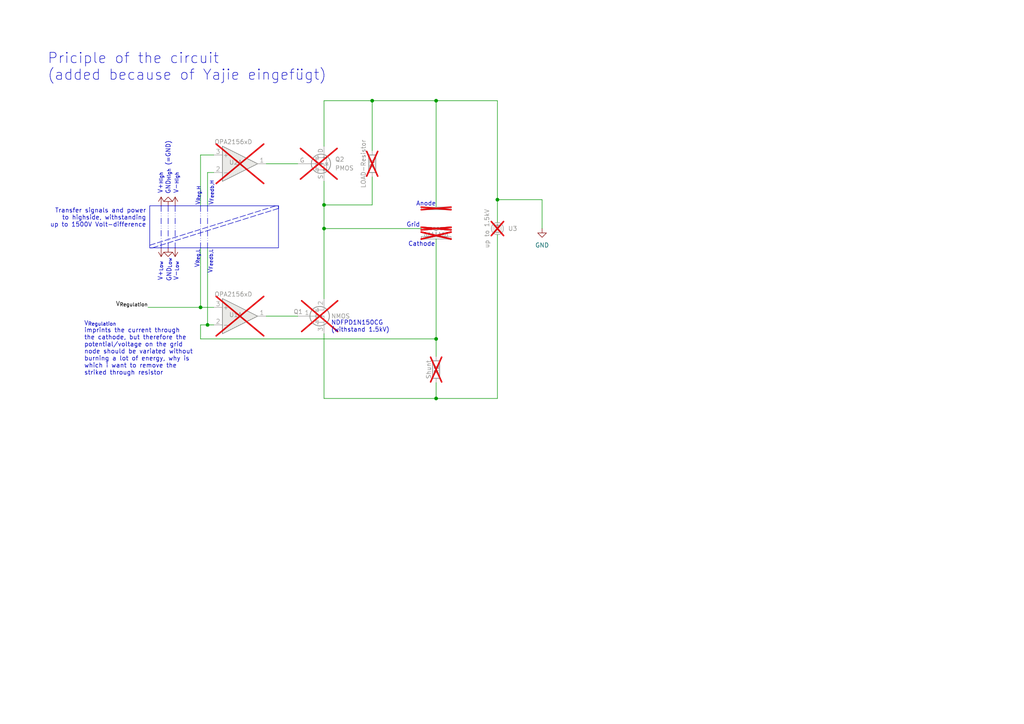
<source format=kicad_sch>
(kicad_sch (version 20230121) (generator eeschema)
  (paper "A4")
  (lib_symbols
    (symbol "Amplifier_Operational:OPA2156xD" (pin_names (offset 0.127))
      (property "Reference" "U" (at 2.54 6.35 0))
      (property "Value" "OPA2156xD" (at 2.54 3.81 0))
      (symbol "OPA2156xD_1_1"
        (polyline (pts (xy 5.08 0) (xy -5.08 5.08) (xy -5.08 -5.08) (xy 5.08 0)) (stroke (width 0.254)) (fill (type background)))
        (pin output line (at 7.62 0 180) (length 2.54) (name "~") (number "1"))
        (pin input line (at -7.62 -2.54 0) (length 2.54) (name "-") (number "2"))
        (pin input line (at -7.62 2.54 0) (length 2.54) (name "+") (number "3"))
      )
      (symbol "OPA2156xD_2_1"
        (polyline (pts (xy 5.08 0) (xy -5.08 5.08) (xy -5.08 -5.08) (xy 5.08 0)) (stroke (width 0.254)) (fill (type background)))
        (pin input line (at -7.62 2.54 0) (length 2.54) (name "+") (number "5"))
        (pin input line (at -7.62 -2.54 0) (length 2.54) (name "-") (number "6"))
        (pin output line (at 7.62 0 180) (length 2.54) (name "~") (number "7"))
      )
      (symbol "OPA2156xD_3_1"
        (pin power_in line (at 0 -7.62 90) (length 3.81) (name "V-") (number "4"))
        (pin power_in line (at 0 7.62 270) (length 3.81) (name "V+") (number "8"))
      )
    )
    (symbol "Device:R" (pin_numbers hide) (pin_names (offset 0))
      (property "Reference" "R" (at 2.032 0 90))
      (property "Value" "R" (at 0 0 90))
      (symbol "R_0_1"
        (rectangle (start -1.016 -2.54) (end 1.016 2.54) (stroke (width 0.254)))
      )
      (symbol "R_1_1"
        (pin passive line (at 0 3.81 270) (length 1.27) (name "~") (number "1"))
        (pin passive line (at 0 -3.81 90) (length 1.27) (name "~") (number "2"))
      )
    )
    (symbol "OTH-Devices:Quelle - Spannung"
      (property "Reference" "U" (at -4.191 4.064 0))
      (symbol "Quelle - Spannung_1_1"
        (circle (center 0 0) (radius 1.778) (fill (type background)))
        (text "+" (at 0 1.016 0) (effects (font (size 1.27 1.27))))
        (text "-" (at 0 -1.016 0) (effects (font (size 1.27 1.27))))
      )
    )
    (symbol "OTH-Devices:eGun - Aperturgitter"
      (property "Reference" "G" (at -3.429 1.524 0))
      (symbol "eGun - Aperturgitter_0_1"
        (rectangle (start -4.318 0.381) (end -3.302 -0.381) (fill (type background)))
        (rectangle (start -2.794 0.381) (end -2.286 -0.381) (fill (type background)))
        (rectangle (start -1.778 0.381) (end -1.27 -0.381) (fill (type background)))
        (rectangle (start -0.762 0.381) (end -0.254 -0.381) (fill (type background)))
        (rectangle (start 0.254 0.381) (end 0.762 -0.381) (fill (type background)))
        (rectangle (start 1.27 0.381) (end 1.778 -0.381) (fill (type background)))
        (rectangle (start 2.286 0.381) (end 2.794 -0.381) (fill (type background)))
        (rectangle (start 3.302 0.381) (end 4.318 -0.381) (fill (type background)))
      )
      (symbol "eGun - Aperturgitter_1_1"
        (rectangle (start -3.302 0.381) (end -2.794 -0.381) (stroke (width -0.0001)) (fill (type background)))
        (rectangle (start -2.286 0.381) (end -1.778 -0.381) (stroke (width -0.0001)) (fill (type background)))
        (rectangle (start -1.27 0.381) (end -0.762 -0.381) (stroke (width -0.0001)) (fill (type background)))
        (rectangle (start -0.254 0.381) (end 0.254 -0.381) (stroke (width -0.0001)) (fill (type background)))
        (rectangle (start 0.762 0.381) (end 1.27 -0.381) (stroke (width -0.0001)) (fill (type background)))
        (rectangle (start 1.778 0.381) (end 2.286 -0.381) (stroke (width -0.0001)) (fill (type background)))
        (rectangle (start 2.794 0.381) (end 3.302 -0.381) (stroke (width -0.0001)) (fill (type background)))
      )
    )
    (symbol "OTH-Devices:eGun - Array (ohne Frame)"
      (property "Reference" "C" (at -3.429 4.318 0))
      (property "Value" "Typ" (at -2.413 2.54 0))
      (symbol "eGun - Array (ohne Frame)_0_1"
        (rectangle (start -4.318 0) (end 4.318 -0.762) (fill (type background)))
        (polyline (pts (xy -3.048 1.27) (xy -3.429 0) (xy -2.667 0) (xy -3.048 1.27)) (fill (type background)))
        (polyline (pts (xy -2.032 1.27) (xy -2.413 0) (xy -1.651 0) (xy -2.032 1.27)) (fill (type background)))
        (polyline (pts (xy -1.016 1.27) (xy -1.397 0) (xy -0.635 0) (xy -1.016 1.27)) (fill (type background)))
        (polyline (pts (xy 0 1.27) (xy -0.381 0) (xy 0.381 0) (xy 0 1.27)) (fill (type background)))
        (polyline (pts (xy 1.016 1.27) (xy 0.635 0) (xy 1.397 0) (xy 1.016 1.27)) (fill (type background)))
        (polyline (pts (xy 2.032 1.27) (xy 1.651 0) (xy 2.413 0) (xy 2.032 1.27)) (fill (type background)))
        (polyline (pts (xy 3.048 1.27) (xy 2.667 0) (xy 3.429 0) (xy 3.048 1.27)) (fill (type background)))
      )
      (symbol "eGun - Array (ohne Frame)_1_1"
        (pin passive line (at 0 -0.762 90) (length 0) hide (name "") (number ""))
      )
    )
    (symbol "OTH-Devices:eGun_-_Anode"
      (property "Reference" "D" (at -2.667 3.683 0))
      (symbol "eGun_-_Anode_1_1"
        (rectangle (start -4.318 0.381) (end 4.318 -0.381) (fill (type background)))
      )
    )
    (symbol "Simulation_SPICE:PMOS" (pin_numbers hide) (pin_names (offset 0))
      (property "Reference" "Q" (at 5.08 1.27 0))
      (property "Value" "PMOS" (at 5.08 -1.27 0))
      (symbol "PMOS_0_1"
        (polyline (pts (xy 0.254 0) (xy -2.54 0)))
        (polyline (pts (xy 0.254 1.905) (xy 0.254 -1.905)) (stroke (width 0.254)))
        (polyline (pts (xy 0.762 -1.27) (xy 0.762 -2.286)) (stroke (width 0.254)))
        (polyline (pts (xy 0.762 0.508) (xy 0.762 -0.508)) (stroke (width 0.254)))
        (polyline (pts (xy 0.762 2.286) (xy 0.762 1.27)) (stroke (width 0.254)))
        (polyline (pts (xy 2.54 2.54) (xy 2.54 1.778)))
        (polyline (pts (xy 2.54 -2.54) (xy 2.54 0) (xy 0.762 0)))
        (polyline (pts (xy 0.762 1.778) (xy 3.302 1.778) (xy 3.302 -1.778) (xy 0.762 -1.778)))
        (polyline (pts (xy 2.286 0) (xy 1.27 0.381) (xy 1.27 -0.381) (xy 2.286 0)) (fill (type outline)))
        (polyline (pts (xy 2.794 -0.508) (xy 2.921 -0.381) (xy 3.683 -0.381) (xy 3.81 -0.254)))
        (polyline (pts (xy 3.302 -0.381) (xy 2.921 0.254) (xy 3.683 0.254) (xy 3.302 -0.381)))
        (circle (center 1.651 0) (radius 2.794) (stroke (width 0.254)))
        (circle (center 2.54 -1.778) (radius 0.254) (fill (type outline)))
        (circle (center 2.54 1.778) (radius 0.254) (fill (type outline)))
      )
      (symbol "PMOS_1_1"
        (pin passive line (at 2.54 5.08 270) (length 2.54) (name "D") (number "1"))
        (pin input line (at -5.08 0 0) (length 2.54) (name "G") (number "2"))
        (pin passive line (at 2.54 -5.08 90) (length 2.54) (name "S") (number "3"))
      )
    )
    (symbol "power:GND" (power) (pin_names (offset 0))
      (property "Value" "GND" (at 0 -3.81 0))
      (symbol "GND_0_1"
        (polyline (pts (xy 0 0) (xy 0 -1.27) (xy 1.27 -1.27) (xy 0 -2.54) (xy -1.27 -1.27) (xy 0 -1.27)))
      )
      (symbol "GND_1_1"
        (pin power_in line (at 0 0 270) (length 0) hide (name "GND") (number "1"))
      )
    )
    (symbol "power:VCC" (power) (pin_names (offset 0))
      (property "Value" "VCC" (at 0 3.81 0))
      (symbol "VCC_0_1"
        (polyline (pts (xy -0.762 1.27) (xy 0 2.54)))
        (polyline (pts (xy 0 0) (xy 0 2.54)))
        (polyline (pts (xy 0 2.54) (xy 0.762 1.27)))
      )
      (symbol "VCC_1_1"
        (pin power_in line (at 0 0 90) (length 0) hide (name "VCC") (number "1"))
      )
    )
    (symbol "tinkerforge:MOSFET_N_CH" (pin_names (offset 0) hide)
      (property "Reference" "Q" (at 7.62 1.27 0))
      (property "Value" "MOSFET_N_CH" (at 17.78 -1.27 0))
      (symbol "MOSFET_N_CH_0_1"
        (polyline (pts (xy 0.762 -1.778) (xy 2.54 -1.778)))
        (polyline (pts (xy 0.762 -1.27) (xy 0.762 -2.286)) (stroke (width 0.254)))
        (polyline (pts (xy 0.762 0) (xy 2.54 0)))
        (polyline (pts (xy 0.762 0.508) (xy 0.762 -0.508)) (stroke (width 0.254)))
        (polyline (pts (xy 0.762 1.778) (xy 2.54 1.778)))
        (polyline (pts (xy 0.762 2.286) (xy 0.762 1.27)) (stroke (width 0.254)))
        (polyline (pts (xy 2.54 -1.778) (xy 2.54 -2.54)))
        (polyline (pts (xy 2.54 -1.778) (xy 2.54 0)))
        (polyline (pts (xy 2.54 2.54) (xy 2.54 1.778)))
        (polyline (pts (xy 0.254 1.905) (xy 0.254 -1.905) (xy 0.254 -1.905)) (stroke (width 0.254)))
        (polyline (pts (xy 0.889 0) (xy 1.905 0.381) (xy 1.905 -0.381) (xy 0.889 0)) (fill (type outline)))
        (circle (center 1.27 0) (radius 2.8194) (stroke (width 0.254)))
      )
      (symbol "MOSFET_N_CH_1_1"
        (pin input line (at -5.08 0 0) (length 5.334) (name "G") (number "1"))
        (pin passive line (at 2.54 5.08 270) (length 2.54) (name "D") (number "2"))
        (pin passive line (at 2.54 -5.08 90) (length 2.54) (name "S") (number "3"))
      )
    )
  )
  (junction (at 126.492 29.21))
  (junction (at 93.98 59.436))
  (junction (at 144.272 57.912))
  (junction (at 58.166 89.154))
  (junction (at 107.95 29.21))
  (junction (at 126.492 98.298))
  (junction (at 126.492 115.57))
  (junction (at 60.198 94.234))
  (junction (at 93.98 66.294))
  (wire (pts (xy 58.166 89.154) (xy 61.976 89.154)))
  (wire (pts (xy 60.198 94.234) (xy 58.166 94.234)))
  (wire (pts (xy 93.98 115.57) (xy 126.492 115.57)))
  (polyline (pts (xy 80.772 60.452) (xy 44.196 71.882)) (stroke (width 0) (type dash)))
  (wire (pts (xy 93.98 29.21) (xy 93.98 42.418)))
  (wire (pts (xy 93.98 59.436) (xy 93.98 66.294)))
  (wire (pts (xy 61.976 94.234) (xy 60.198 94.234)))
  (polyline (pts (xy 80.772 59.69) (xy 80.772 60.452)) (stroke (width 0) (type dash)))
  (polyline (pts (xy 48.768 59.69) (xy 48.768 71.882)) (stroke (width 0) (type dash_dot_dot)))
  (wire (pts (xy 126.492 115.57) (xy 144.272 115.57)))
  (wire (pts (xy 157.226 57.912) (xy 157.226 66.294)))
  (wire (pts (xy 144.272 64.516) (xy 144.272 57.912)))
  (wire (pts (xy 42.926 89.154) (xy 58.166 89.154)))
  (wire (pts (xy 58.166 94.234) (xy 58.166 98.298)))
  (wire (pts (xy 126.492 98.298) (xy 126.492 103.378)))
  (wire (pts (xy 93.98 96.774) (xy 93.98 115.57)))
  (wire (pts (xy 126.492 69.342) (xy 126.492 98.298)))
  (wire (pts (xy 144.272 29.21) (xy 126.492 29.21)))
  (polyline (pts (xy 46.736 59.69) (xy 46.736 71.882)) (stroke (width 0) (type dash_dot_dot)))
  (polyline (pts (xy 43.434 71.12) (xy 80.01 59.69)) (stroke (width 0) (type dash)))
  (wire (pts (xy 58.166 98.298) (xy 126.492 98.298)))
  (wire (pts (xy 60.198 50.038) (xy 60.198 59.69)))
  (polyline (pts (xy 60.198 59.69) (xy 60.198 71.882)) (stroke (width 0) (type dash_dot_dot)))
  (wire (pts (xy 77.216 47.498) (xy 86.36 47.498)))
  (wire (pts (xy 126.492 29.21) (xy 126.492 59.944)))
  (wire (pts (xy 144.272 68.072) (xy 144.272 115.57)))
  (polyline (pts (xy 43.434 71.882) (xy 43.434 71.12)) (stroke (width 0) (type dash)))
  (wire (pts (xy 107.95 59.436) (xy 93.98 59.436)))
  (polyline (pts (xy 80.01 59.69) (xy 80.772 59.69)) (stroke (width 0) (type dash)))
  (wire (pts (xy 93.98 66.294) (xy 93.98 86.614)))
  (wire (pts (xy 126.492 29.21) (xy 107.95 29.21)))
  (wire (pts (xy 58.166 89.154) (xy 58.166 71.882)))
  (wire (pts (xy 93.98 66.294) (xy 122.174 66.294)))
  (wire (pts (xy 144.272 57.912) (xy 144.272 29.21)))
  (wire (pts (xy 60.198 71.882) (xy 60.198 94.234)))
  (wire (pts (xy 144.272 57.912) (xy 157.226 57.912)))
  (wire (pts (xy 107.95 29.21) (xy 107.95 43.688)))
  (wire (pts (xy 107.95 29.21) (xy 93.98 29.21)))
  (wire (pts (xy 58.166 59.69) (xy 58.166 44.958)))
  (wire (pts (xy 61.976 50.038) (xy 60.198 50.038)))
  (wire (pts (xy 93.98 52.578) (xy 93.98 59.436)))
  (wire (pts (xy 107.95 51.308) (xy 107.95 59.436)))
  (polyline (pts (xy 44.196 71.882) (xy 43.434 71.882)) (stroke (width 0) (type dash)))
  (polyline (pts (xy 58.166 59.69) (xy 58.166 71.882)) (stroke (width 0) (type dash_dot_dot)))
  (wire (pts (xy 58.166 44.958) (xy 61.976 44.958)))
  (wire (pts (xy 77.216 91.694) (xy 86.36 91.694)))
  (wire (pts (xy 126.492 115.57) (xy 126.492 110.998)))
  (polyline (pts (xy 50.8 59.69) (xy 50.8 71.882)) (stroke (width 0) (type dash_dot_dot)))
  (rectangle (start 43.434 59.69) (end 80.772 71.882))
  (text "V+_{High}" (at 47.244 50.038 90) (effects (font (size 1.27 1.27)) (justify right bottom)))
  (text "V-_{High}" (at 51.816 50.038 90) (effects (font (size 1.27 1.27)) (justify right bottom)))
  (text "Cathode" (at 118.364 71.628 0) (effects (font (size 1.27 1.27)) (justify left bottom)))
  (text "V_{Reg,L}" (at 57.912 72.39 90) (effects (font (size 1.27 1.27)) (justify right bottom)))
  (text "V_{Regulation}\nimprints the current through\nthe cathode, but therefore the\npotential/voltage on the grid\nnode should be variated without\nburning a lot of energy, why is\nwhich i want to remove the \nstriked through resistor" (at 24.384 108.966 0) (effects (font (size 1.27 1.27)) (justify left bottom)))
  (text "Transfer signals and power\nto highside, withstanding\nup to 1500V Volt-difference" (at 42.418 66.04 0) (effects (font (size 1.27 1.27)) (justify right bottom)))
  (text "Priciple of the circuit\n(added because of Yajie eingefügt)" (at 13.716 23.622 0) (effects (font (size 3 3)) (justify left bottom)))
  (text "V-_{Low}" (at 51.816 81.534 90) (effects (font (size 1.27 1.27)) (justify left bottom)))
  (text "V+_{Low}" (at 47.244 81.534 90) (effects (font (size 1.27 1.27)) (justify left bottom)))
  (text "Anode" (at 120.65 59.944 0) (effects (font (size 1.27 1.27)) (justify left bottom)))
  (text "GND_{High} (=GND)" (at 49.53 40.894 90) (effects (font (size 1.27 1.27)) (justify right bottom)))
  (text "Grid" (at 117.856 66.04 0) (effects (font (size 1.27 1.27)) (justify left bottom)))
  (text "V_{Feedb,L}" (at 61.722 72.39 90) (effects (font (size 1.27 1.27)) (justify right bottom)))
  (text "V_{Feedb,H}" (at 61.976 59.69 90) (effects (font (size 1.27 1.27)) (justify left bottom)))
  (text "V_{Reg,H}" (at 58.166 59.69 90) (effects (font (size 1.27 1.27)) (justify left bottom)))
  (text "NDFPD1N150CG\n(withstand 1.5kV)" (at 96.012 96.52 0) (effects (font (size 1.27 1.27)) (justify left bottom)))
  (text "GND_{Low}" (at 49.784 81.788 90) (effects (font (size 1.27 1.27)) (justify left bottom)))
  (label "V_{Regulation}" (at 42.926 89.154 180))
  (symbol (lib_id "power:VCC") (at 46.736 59.69 0) (mirror y) (unit 1)
    (property "Reference" "#PWR05" (effects hide))
    (property "Value" "VCC" (effects hide))
    (instances (project "FEAR-16 - Shield - GridReg" (path "" (reference "#PWR05") (unit 1)) (path "" (reference "#PWR01") (unit 1))))
  )
  (symbol (lib_id "power:VCC") (at 46.736 71.882 180) (unit 1)
    (property "Reference" "#PWR02" (effects hide))
    (property "Value" "VCC" (effects hide))
  )
  (symbol (lib_id "Device:R") (at 126.492 107.188 0) (unit 1) (in_bom no) (on_board no) (dnp yes)
    (property "Reference" "R2" (at 126.6382 107.188 90))
    (property "Value" "Shunt" (at 124.339 107.188 90))
    (property "Footprint" "Resistor_THT:R_Axial_DIN0204_L3.6mm_D1.6mm_P2.54mm_Vertical" (effects hide))
    (property "Sim.Enable" "0" (effects hide))
    (instances (project "FEAR-16 - Shield - GridReg" (path "" (reference "R2") (unit 1)) (path "" (reference "R3") (unit 1))))
  )
  (symbol (lib_id "Amplifier_Operational:OPA2156xD") (at 69.596 47.498 0) (unit 1) (in_bom no) (on_board no) (dnp yes)
    (property "Reference" "U2" (at 68.326 47.0978 0))
    (property "Value" "OPA2156xD" (at 67.691 41.148 0))
    (property "Footprint" "Package_SO:SOIC-8_3.9x4.9mm_P1.27mm" (effects hide))
    (property "Datasheet" "https://www.ti.com/lit/ds/symlink/opa2156.pdf" (effects hide))
    (property "Sim.Enable" "0" (effects hide))
    (instances (project "FEAR-16 - Shield - GridReg" (path "" (reference "U2") (unit 1)) (path "" (reference "U1") (unit 1))))
  )
  (symbol (lib_id "OTH-Devices:eGun - Aperturgitter") (at 126.492 66.294 0) (unit 1) (in_bom no) (on_board no) (dnp yes)
    (property "Reference" "G1" (effects hide))
    (property "Value" "~" (at 126.492 66.802 0))
    (property "Sim.Enable" "0" (effects hide))
  )
  (symbol (lib_id "power:VCC") (at 50.8 59.69 0) (mirror y) (unit 1)
    (property "Reference" "#PWR07" (effects hide))
    (property "Value" "VCC" (effects hide))
    (instances (project "FEAR-16 - Shield - GridReg" (path "" (reference "#PWR07") (unit 1)) (path "" (reference "#PWR05") (unit 1))))
  )
  (symbol (lib_id "Device:R") (at 107.95 47.498 180) (unit 1) (in_bom no) (on_board no) (dnp yes)
    (property "Reference" "R3" (at 107.95 47.498 90))
    (property "Value" "LOAD-Resistor" (at 105.41 47.498 90))
    (property "Footprint" "Resistor_THT:R_Axial_Power_L25.0mm_W6.4mm_P27.94mm" (effects hide))
    (property "Sim.Enable" "0" (effects hide))
    (instances (project "FEAR-16 - Shield - GridReg" (path "" (reference "R3") (unit 1)) (path "" (reference "R2") (unit 1))))
  )
  (symbol (lib_id "OTH-Devices:Quelle - Spannung") (at 144.272 66.294 0) (unit 1) (in_bom no) (on_board no) (dnp yes)
    (property "Reference" "U3" (at 147.32 66.294 0) (effects (justify left)))
    (property "Value" "up to 1.5kV" (at 141.224 66.294 90))
    (property "Sim.Enable" "0" (effects hide))
  )
  (symbol (lib_id "power:GND") (at 48.768 59.69 0) (mirror x) (unit 1)
    (property "Reference" "#PWR06" (effects hide))
    (property "Value" "GND" (effects hide))
    (instances (project "FEAR-16 - Shield - GridReg" (path "" (reference "#PWR06") (unit 1)) (path "" (reference "#PWR03") (unit 1))))
  )
  (symbol (lib_id "OTH-Devices:eGun_-_Anode") (at 126.492 60.452 0) (unit 1) (in_bom no) (on_board no) (dnp yes)
    (property "Reference" "D1" (effects hide))
    (property "Value" "~" (at 126.492 60.452 0))
    (property "Sim.Enable" "0" (effects hide))
  )
  (symbol (lib_id "power:GND") (at 157.226 66.294 0) (unit 1)
    (property "Reference" "#PWR01" (effects hide))
    (property "Value" "GND" (at 157.226 71.12 0))
    (instances (project "FEAR-16 - Shield - GridReg" (path "" (reference "#PWR01") (unit 1)) (path "" (reference "#PWR07") (unit 1))))
  )
  (symbol (lib_id "Amplifier_Operational:OPA2156xD") (at 69.596 91.694 0) (unit 1) (in_bom no) (on_board no) (dnp yes)
    (property "Reference" "U1" (at 68.326 91.2938 0))
    (property "Value" "OPA2156xD" (at 67.691 85.344 0))
    (property "Footprint" "Package_SO:SOIC-8_3.9x4.9mm_P1.27mm" (effects hide))
    (property "Datasheet" "https://www.ti.com/lit/ds/symlink/opa2156.pdf" (effects hide))
    (property "Sim.Enable" "0" (effects hide))
    (instances (project "FEAR-16 - Shield - GridReg" (path "" (reference "U1") (unit 1)) (path "" (reference "U2") (unit 1))))
  )
  (symbol (lib_id "tinkerforge:MOSFET_N_CH") (at 91.44 91.694 0) (unit 1) (in_bom no) (on_board no) (dnp yes)
    (property "Reference" "Q1" (at 85.09 90.424 0) (effects (justify left)))
    (property "Value" "NMOS" (at 96.012 91.694 0) (effects (justify left)))
    (property "Footprint" "Package_TO_SOT_THT:TO-220-3_Vertical" (effects hide))
    (property "Sim.Enable" "0" (effects hide))
    (instances (project "FEAR-16 - Shield - GridReg" (path "" (reference "Q1") (unit 1)) (path "" (reference "Q2") (unit 1))))
  )
  (symbol (lib_id "OTH-Devices:eGun - Array (ohne Frame)") (at 126.492 68.58 0) (unit 1) (in_bom no) (on_board no) (dnp yes)
    (property "Reference" "C1" (effects hide))
    (property "Value" "Typ" (effects hide))
    (property "Sim.Enable" "0" (effects hide))
  )
  (symbol (lib_id "power:VCC") (at 50.8 71.882 180) (unit 1)
    (property "Reference" "#PWR04" (effects hide))
    (property "Value" "VCC" (effects hide))
    (instances (project "FEAR-16 - Shield - GridReg" (path "" (reference "#PWR04") (unit 1)) (path "" (reference "#PWR06") (unit 1))))
  )
  (symbol (lib_id "power:GND") (at 48.768 71.882 0) (unit 1)
    (property "Reference" "#PWR03" (effects hide))
    (property "Value" "GND" (effects hide))
    (instances (project "FEAR-16 - Shield - GridReg" (path "" (reference "#PWR03") (unit 1)) (path "" (reference "#PWR04") (unit 1))))
  )
  (symbol (lib_id "Simulation_SPICE:PMOS") (at 91.44 47.498 0) (unit 1) (in_bom no) (on_board no) (dnp yes)
    (property "Reference" "Q2" (at 97.155 46.228 0) (effects (justify left)))
    (property "Value" "PMOS" (at 97.155 48.768 0) (effects (justify left)))
    (property "Datasheet" "https://ngspice.sourceforge.io/docs/ngspice-manual.pdf" (effects hide))
    (property "Sim.Device" "PMOS" (effects hide))
    (property "Sim.Type" "VDMOS" (effects hide))
    (property "Sim.Pins" "1=D 2=G 3=S" (effects hide))
    (property "Sim.Enable" "0" (effects hide))
    (instances (project "FEAR-16 - Shield - GridReg" (path "" (reference "Q2") (unit 1)) (path "" (reference "Q1") (unit 1))))
  )
)
</source>
